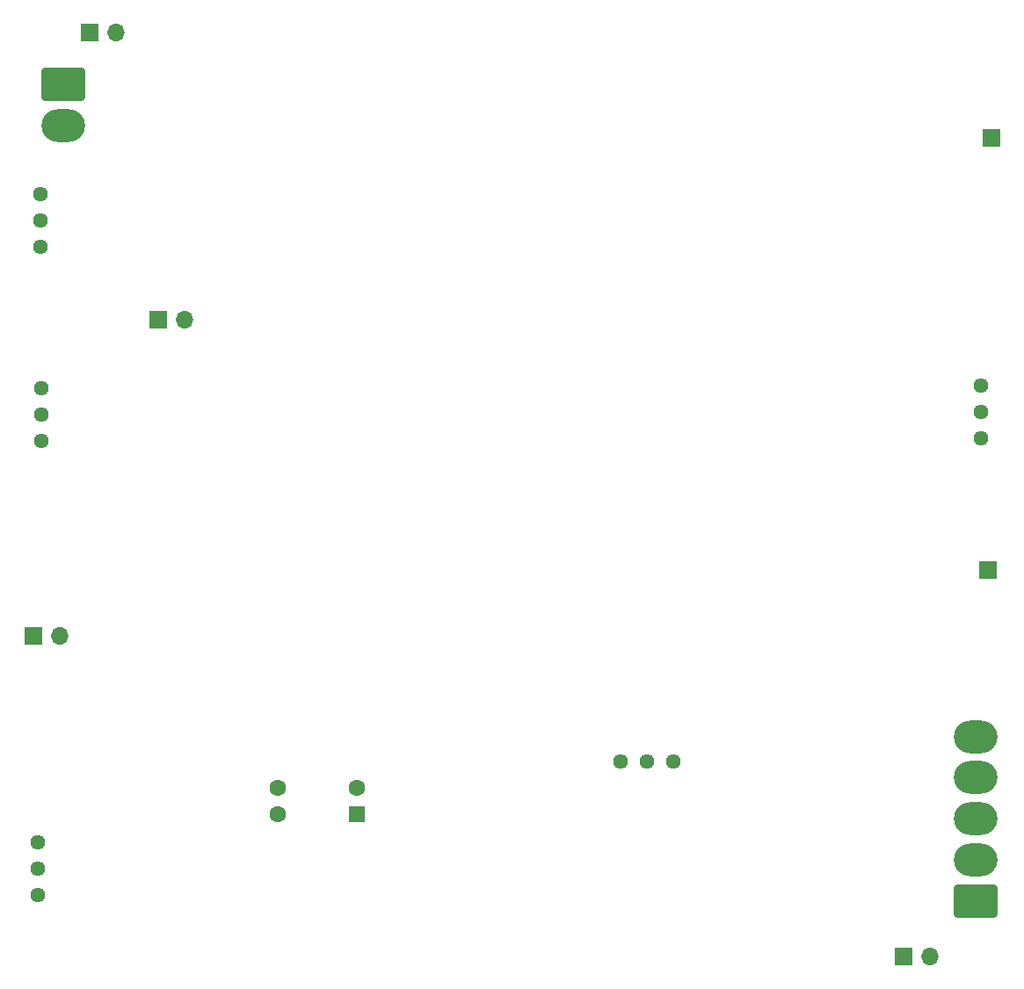
<source format=gbr>
%TF.GenerationSoftware,KiCad,Pcbnew,9.0.0*%
%TF.CreationDate,2025-10-26T21:30:55-07:00*%
%TF.ProjectId,main_supply_3,6d61696e-5f73-4757-9070-6c795f332e6b,rev?*%
%TF.SameCoordinates,Original*%
%TF.FileFunction,Soldermask,Bot*%
%TF.FilePolarity,Negative*%
%FSLAX46Y46*%
G04 Gerber Fmt 4.6, Leading zero omitted, Abs format (unit mm)*
G04 Created by KiCad (PCBNEW 9.0.0) date 2025-10-26 21:30:55*
%MOMM*%
%LPD*%
G01*
G04 APERTURE LIST*
G04 Aperture macros list*
%AMRoundRect*
0 Rectangle with rounded corners*
0 $1 Rounding radius*
0 $2 $3 $4 $5 $6 $7 $8 $9 X,Y pos of 4 corners*
0 Add a 4 corners polygon primitive as box body*
4,1,4,$2,$3,$4,$5,$6,$7,$8,$9,$2,$3,0*
0 Add four circle primitives for the rounded corners*
1,1,$1+$1,$2,$3*
1,1,$1+$1,$4,$5*
1,1,$1+$1,$6,$7*
1,1,$1+$1,$8,$9*
0 Add four rect primitives between the rounded corners*
20,1,$1+$1,$2,$3,$4,$5,0*
20,1,$1+$1,$4,$5,$6,$7,0*
20,1,$1+$1,$6,$7,$8,$9,0*
20,1,$1+$1,$8,$9,$2,$3,0*%
G04 Aperture macros list end*
%ADD10C,1.440000*%
%ADD11RoundRect,0.250000X-1.850000X1.330000X-1.850000X-1.330000X1.850000X-1.330000X1.850000X1.330000X0*%
%ADD12O,4.200000X3.160000*%
%ADD13R,1.700000X1.700000*%
%ADD14O,1.700000X1.700000*%
%ADD15RoundRect,0.250000X0.550000X0.550000X-0.550000X0.550000X-0.550000X-0.550000X0.550000X-0.550000X0*%
%ADD16C,1.600000*%
%ADD17RoundRect,0.250000X1.850000X-1.330000X1.850000X1.330000X-1.850000X1.330000X-1.850000X-1.330000X0*%
G04 APERTURE END LIST*
D10*
%TO.C,RV3*%
X103600000Y-73400000D03*
X103600000Y-70860000D03*
X103600000Y-68320000D03*
%TD*%
D11*
%TO.C,J1*%
X105800000Y-57700000D03*
D12*
X105800000Y-61660000D03*
%TD*%
D10*
%TO.C,RV4*%
X103400000Y-130820000D03*
X103400000Y-133360000D03*
X103400000Y-135900000D03*
%TD*%
%TO.C,RV1*%
X194200000Y-91800000D03*
X194200000Y-89260000D03*
X194200000Y-86720000D03*
%TD*%
D13*
%TO.C,J8*%
X186760000Y-141800000D03*
D14*
X189300000Y-141800000D03*
%TD*%
D13*
%TO.C,J4*%
X194900000Y-104500000D03*
%TD*%
D10*
%TO.C,RV2*%
X103700000Y-87000000D03*
X103700000Y-89540000D03*
X103700000Y-92080000D03*
%TD*%
D13*
%TO.C,J2*%
X108325000Y-52700000D03*
D14*
X110865000Y-52700000D03*
%TD*%
D13*
%TO.C,J5*%
X114925000Y-80400000D03*
D14*
X117465000Y-80400000D03*
%TD*%
D10*
%TO.C,RV5*%
X164550000Y-123000000D03*
X162010000Y-123000000D03*
X159470000Y-123000000D03*
%TD*%
D13*
%TO.C,J3*%
X195200000Y-62900000D03*
%TD*%
%TO.C,J6*%
X102925000Y-110865000D03*
D14*
X105465000Y-110865000D03*
%TD*%
D15*
%TO.C,U4*%
X134105000Y-128040000D03*
D16*
X134105000Y-125500000D03*
X126485000Y-125500000D03*
X126485000Y-128040000D03*
%TD*%
D17*
%TO.C,J7*%
X193725000Y-136420000D03*
D12*
X193725000Y-132460000D03*
X193725000Y-128500000D03*
X193725000Y-124540000D03*
X193725000Y-120580000D03*
%TD*%
M02*

</source>
